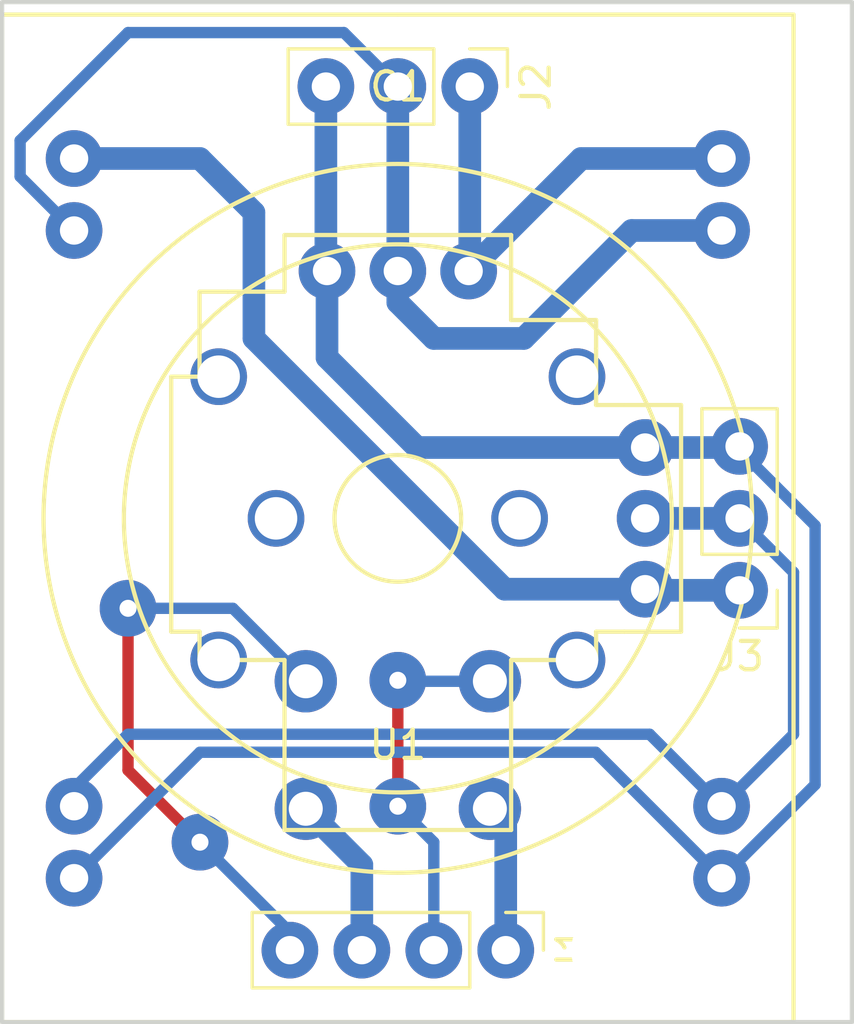
<source format=kicad_pcb>
(kicad_pcb (version 4) (host pcbnew 4.0.6)

  (general
    (links 19)
    (no_connects 0)
    (area 73.384999 115.054999 103.735001 151.405001)
    (thickness 1.6)
    (drawings 4)
    (tracks 64)
    (zones 0)
    (modules 5)
    (nets 10)
  )

  (page A4)
  (layers
    (0 F.Cu signal)
    (31 B.Cu signal)
    (32 B.Adhes user)
    (33 F.Adhes user)
    (34 B.Paste user)
    (35 F.Paste user)
    (36 B.SilkS user)
    (37 F.SilkS user)
    (38 B.Mask user)
    (39 F.Mask user)
    (40 Dwgs.User user)
    (41 Cmts.User user)
    (42 Eco1.User user)
    (43 Eco2.User user)
    (44 Edge.Cuts user)
    (45 Margin user)
    (46 B.CrtYd user)
    (47 F.CrtYd user)
    (48 B.Fab user)
    (49 F.Fab user)
  )

  (setup
    (last_trace_width 0.8)
    (user_trace_width 0.4)
    (trace_clearance 0.2)
    (zone_clearance 0.508)
    (zone_45_only no)
    (trace_min 0.2)
    (segment_width 0.2)
    (edge_width 0.15)
    (via_size 2)
    (via_drill 0.6)
    (via_min_size 0.4)
    (via_min_drill 0.3)
    (uvia_size 0.3)
    (uvia_drill 0.1)
    (uvias_allowed no)
    (uvia_min_size 0.2)
    (uvia_min_drill 0.1)
    (pcb_text_width 0.3)
    (pcb_text_size 1.5 1.5)
    (mod_edge_width 0.15)
    (mod_text_size 1 1)
    (mod_text_width 0.15)
    (pad_size 2 2)
    (pad_drill 1)
    (pad_to_mask_clearance 0.2)
    (aux_axis_origin 73.66 151.13)
    (grid_origin 73.66 151.13)
    (visible_elements 7FFFFFFF)
    (pcbplotparams
      (layerselection 0x01000_80000000)
      (usegerberextensions false)
      (excludeedgelayer true)
      (linewidth 0.100000)
      (plotframeref false)
      (viasonmask false)
      (mode 1)
      (useauxorigin false)
      (hpglpennumber 1)
      (hpglpenspeed 20)
      (hpglpendiameter 15)
      (hpglpenoverlay 2)
      (psnegative false)
      (psa4output false)
      (plotreference true)
      (plotvalue true)
      (plotinvisibletext false)
      (padsonsilk false)
      (subtractmaskfromsilk false)
      (outputformat 1)
      (mirror false)
      (drillshape 0)
      (scaleselection 1)
      (outputdirectory alps-27800/))
  )

  (net 0 "")
  (net 1 "Net-(C1-Pad5)")
  (net 2 "Net-(C1-Pad2)")
  (net 3 "Net-(C1-Pad1)")
  (net 4 "Net-(C1-Pad3)")
  (net 5 "Net-(C1-Pad4)")
  (net 6 "Net-(J1-Pad1)")
  (net 7 "Net-(J1-Pad2)")
  (net 8 "Net-(J1-Pad3)")
  (net 9 "Net-(J1-Pad4)")

  (net_class Default "これは標準のネット クラスです。"
    (clearance 0.2)
    (trace_width 0.8)
    (via_dia 2)
    (via_drill 0.6)
    (uvia_dia 0.3)
    (uvia_drill 0.1)
    (add_net "Net-(C1-Pad1)")
    (add_net "Net-(C1-Pad2)")
    (add_net "Net-(C1-Pad3)")
    (add_net "Net-(C1-Pad4)")
    (add_net "Net-(C1-Pad5)")
    (add_net "Net-(J1-Pad1)")
    (add_net "Net-(J1-Pad2)")
    (add_net "Net-(J1-Pad3)")
    (add_net "Net-(J1-Pad4)")
  )

  (module Pin_Headers:Pin_Header_Straight_1x03_Pitch2.54mm (layer F.Cu) (tedit 5A7D3BD9) (tstamp 5A7D3B09)
    (at 99.695 135.89 180)
    (descr "Through hole straight pin header, 1x03, 2.54mm pitch, single row")
    (tags "Through hole pin header THT 1x03 2.54mm single row")
    (path /5A7D3153)
    (fp_text reference J3 (at 0 -2.33 180) (layer F.SilkS)
      (effects (font (size 1 1) (thickness 0.15)))
    )
    (fp_text value L/R (at 0 7.41 180) (layer F.Fab)
      (effects (font (size 1 1) (thickness 0.15)))
    )
    (fp_line (start -1.27 -1.27) (end -1.27 6.35) (layer F.Fab) (width 0.1))
    (fp_line (start -1.27 6.35) (end 1.27 6.35) (layer F.Fab) (width 0.1))
    (fp_line (start 1.27 6.35) (end 1.27 -1.27) (layer F.Fab) (width 0.1))
    (fp_line (start 1.27 -1.27) (end -1.27 -1.27) (layer F.Fab) (width 0.1))
    (fp_line (start -1.33 1.27) (end -1.33 6.41) (layer F.SilkS) (width 0.12))
    (fp_line (start -1.33 6.41) (end 1.33 6.41) (layer F.SilkS) (width 0.12))
    (fp_line (start 1.33 6.41) (end 1.33 1.27) (layer F.SilkS) (width 0.12))
    (fp_line (start 1.33 1.27) (end -1.33 1.27) (layer F.SilkS) (width 0.12))
    (fp_line (start -1.33 0) (end -1.33 -1.33) (layer F.SilkS) (width 0.12))
    (fp_line (start -1.33 -1.33) (end 0 -1.33) (layer F.SilkS) (width 0.12))
    (fp_line (start -1.8 -1.8) (end -1.8 6.85) (layer F.CrtYd) (width 0.05))
    (fp_line (start -1.8 6.85) (end 1.8 6.85) (layer F.CrtYd) (width 0.05))
    (fp_line (start 1.8 6.85) (end 1.8 -1.8) (layer F.CrtYd) (width 0.05))
    (fp_line (start 1.8 -1.8) (end -1.8 -1.8) (layer F.CrtYd) (width 0.05))
    (fp_text user %R (at 0 -2.33 180) (layer F.Fab)
      (effects (font (size 1 1) (thickness 0.15)))
    )
    (pad 1 thru_hole circle (at 0 0 180) (size 2 2) (drill 1) (layers *.Cu *.Mask)
      (net 3 "Net-(C1-Pad1)"))
    (pad 2 thru_hole circle (at 0 2.54 180) (size 2 2) (drill 1) (layers *.Cu *.Mask)
      (net 4 "Net-(C1-Pad3)"))
    (pad 3 thru_hole circle (at 0 5.08 180) (size 2 2) (drill 1) (layers *.Cu *.Mask)
      (net 5 "Net-(C1-Pad4)"))
    (model ${KISYS3DMOD}/Pin_Headers.3dshapes/Pin_Header_Straight_1x03_Pitch2.54mm.wrl
      (at (xyz 0 -0.1 0))
      (scale (xyz 1 1 1))
      (rotate (xyz 0 0 90))
    )
  )

  (module kicad-lib-input:27800 (layer F.Cu) (tedit 5A7918F0) (tstamp 5A7D3AF3)
    (at 87.63 133.35)
    (path /5A7D2E47)
    (fp_text reference C1 (at 0 -15.24) (layer F.SilkS)
      (effects (font (size 1 1) (thickness 0.15)))
    )
    (fp_text value "#27800" (at 0 15.24) (layer F.Fab)
      (effects (font (size 1 1) (thickness 0.15)))
    )
    (fp_circle (center 0 0) (end -8.89 3.81) (layer F.SilkS) (width 0.15))
    (fp_circle (center 0 0) (end -11.43 5.08) (layer F.SilkS) (width 0.15))
    (fp_line (start 0 -17.78) (end 13.97 -17.78) (layer F.SilkS) (width 0.15))
    (fp_line (start 13.97 -17.78) (end 13.97 17.78) (layer F.SilkS) (width 0.15))
    (fp_line (start 13.97 17.78) (end -13.97 17.78) (layer F.SilkS) (width 0.15))
    (fp_line (start -13.97 17.78) (end -13.97 -17.78) (layer F.SilkS) (width 0.15))
    (fp_line (start -13.97 -17.78) (end 0 -17.78) (layer F.SilkS) (width 0.15))
    (pad 5 thru_hole circle (at 11.43 -12.7) (size 2 2) (drill 1) (layers *.Cu *.Mask)
      (net 1 "Net-(C1-Pad5)"))
    (pad 2 thru_hole circle (at -11.43 -10.16) (size 2 2) (drill 1) (layers *.Cu *.Mask)
      (net 2 "Net-(C1-Pad2)"))
    (pad 1 thru_hole circle (at -11.43 -12.7) (size 2 2) (drill 1) (layers *.Cu *.Mask)
      (net 3 "Net-(C1-Pad1)"))
    (pad 6 thru_hole circle (at 11.43 -10.16) (size 2 2) (drill 1) (layers *.Cu *.Mask)
      (net 2 "Net-(C1-Pad2)"))
    (pad 3 thru_hole circle (at -11.43 10.16) (size 2 2) (drill 1) (layers *.Cu *.Mask)
      (net 4 "Net-(C1-Pad3)"))
    (pad 4 thru_hole circle (at -11.43 12.7) (size 2 2) (drill 1) (layers *.Cu *.Mask)
      (net 5 "Net-(C1-Pad4)"))
    (pad 7 thru_hole circle (at 11.43 10.16) (size 2 2) (drill 1) (layers *.Cu *.Mask)
      (net 4 "Net-(C1-Pad3)"))
    (pad 8 thru_hole circle (at 11.43 12.7) (size 2 2) (drill 1) (layers *.Cu *.Mask)
      (net 5 "Net-(C1-Pad4)"))
    (pad "" np_thru_hole circle (at 7.62 -15.24) (size 3 3) (drill 3) (layers *.Cu *.Mask))
    (pad "" np_thru_hole circle (at -7.62 -15.24) (size 3 3) (drill 3) (layers *.Cu *.Mask))
    (pad "" np_thru_hole circle (at -7.62 15.24) (size 3 3) (drill 3) (layers *.Cu *.Mask))
    (pad "" np_thru_hole circle (at 7.62 15.24) (size 3 3) (drill 3) (layers *.Cu *.Mask))
  )

  (module Pin_Headers:Pin_Header_Straight_1x03_Pitch2.54mm (layer F.Cu) (tedit 5A7D3BF7) (tstamp 5A7D3B02)
    (at 90.17 118.11 270)
    (descr "Through hole straight pin header, 1x03, 2.54mm pitch, single row")
    (tags "Through hole pin header THT 1x03 2.54mm single row")
    (path /5A7D3048)
    (fp_text reference J2 (at 0 -2.33 270) (layer F.SilkS)
      (effects (font (size 1 1) (thickness 0.15)))
    )
    (fp_text value U/D (at 0 7.41 270) (layer F.Fab)
      (effects (font (size 1 1) (thickness 0.15)))
    )
    (fp_line (start -1.27 -1.27) (end -1.27 6.35) (layer F.Fab) (width 0.1))
    (fp_line (start -1.27 6.35) (end 1.27 6.35) (layer F.Fab) (width 0.1))
    (fp_line (start 1.27 6.35) (end 1.27 -1.27) (layer F.Fab) (width 0.1))
    (fp_line (start 1.27 -1.27) (end -1.27 -1.27) (layer F.Fab) (width 0.1))
    (fp_line (start -1.33 1.27) (end -1.33 6.41) (layer F.SilkS) (width 0.12))
    (fp_line (start -1.33 6.41) (end 1.33 6.41) (layer F.SilkS) (width 0.12))
    (fp_line (start 1.33 6.41) (end 1.33 1.27) (layer F.SilkS) (width 0.12))
    (fp_line (start 1.33 1.27) (end -1.33 1.27) (layer F.SilkS) (width 0.12))
    (fp_line (start -1.33 0) (end -1.33 -1.33) (layer F.SilkS) (width 0.12))
    (fp_line (start -1.33 -1.33) (end 0 -1.33) (layer F.SilkS) (width 0.12))
    (fp_line (start -1.8 -1.8) (end -1.8 6.85) (layer F.CrtYd) (width 0.05))
    (fp_line (start -1.8 6.85) (end 1.8 6.85) (layer F.CrtYd) (width 0.05))
    (fp_line (start 1.8 6.85) (end 1.8 -1.8) (layer F.CrtYd) (width 0.05))
    (fp_line (start 1.8 -1.8) (end -1.8 -1.8) (layer F.CrtYd) (width 0.05))
    (fp_text user %R (at 0 -2.33 270) (layer F.Fab)
      (effects (font (size 1 1) (thickness 0.15)))
    )
    (pad 1 thru_hole circle (at 0 0 270) (size 2 2) (drill 1) (layers *.Cu *.Mask)
      (net 1 "Net-(C1-Pad5)"))
    (pad 2 thru_hole circle (at 0 2.54 270) (size 2 2) (drill 1) (layers *.Cu *.Mask)
      (net 2 "Net-(C1-Pad2)"))
    (pad 3 thru_hole circle (at 0 5.08 270) (size 2 2) (drill 1) (layers *.Cu *.Mask)
      (net 5 "Net-(C1-Pad4)"))
    (model ${KISYS3DMOD}/Pin_Headers.3dshapes/Pin_Header_Straight_1x03_Pitch2.54mm.wrl
      (at (xyz 0 -0.1 0))
      (scale (xyz 1 1 1))
      (rotate (xyz 0 0 90))
    )
  )

  (module kicad-lib-input:RKJXV1224005 (layer F.Cu) (tedit 5A7D33CC) (tstamp 5A7D3B38)
    (at 87.63 133.35)
    (path /5A7D2DB8)
    (fp_text reference U1 (at 0 8) (layer F.SilkS)
      (effects (font (size 1 1) (thickness 0.15)))
    )
    (fp_text value RKJXV1224005 (at 0 3 180) (layer F.Fab)
      (effects (font (size 1 1) (thickness 0.15)))
    )
    (fp_circle (center 0 0) (end -2 1) (layer F.SilkS) (width 0.15))
    (fp_line (start -7 5) (end -5 5) (layer F.SilkS) (width 0.15))
    (fp_line (start -8 4) (end -8 -5) (layer F.SilkS) (width 0.15))
    (fp_line (start -7 5) (end -7 4) (layer F.SilkS) (width 0.15))
    (fp_line (start -7 4) (end -8 4) (layer F.SilkS) (width 0.15))
    (fp_line (start 4 5) (end 7 5) (layer F.SilkS) (width 0.15))
    (fp_line (start 8 4) (end 7 4) (layer F.SilkS) (width 0.15))
    (fp_line (start 7 4) (end 7 5) (layer F.SilkS) (width 0.15))
    (fp_line (start -5 5) (end -4 5) (layer F.SilkS) (width 0.15))
    (fp_line (start -4 5) (end -4 11) (layer F.SilkS) (width 0.15))
    (fp_line (start -4 11) (end 4 11) (layer F.SilkS) (width 0.15))
    (fp_line (start 4 11) (end 4 5) (layer F.SilkS) (width 0.15))
    (fp_line (start -7 -5) (end -8 -5) (layer F.SilkS) (width 0.15))
    (fp_line (start -4 -8) (end -6 -8) (layer F.SilkS) (width 0.15))
    (fp_line (start -6 -8) (end -7 -8) (layer F.SilkS) (width 0.15))
    (fp_line (start -7 -8) (end -7 -5) (layer F.SilkS) (width 0.15))
    (fp_line (start 4 -7) (end 7 -7) (layer F.SilkS) (width 0.15))
    (fp_line (start 7 -7) (end 7 -6) (layer F.SilkS) (width 0.15))
    (fp_line (start 4 -8) (end 4 -7) (layer F.SilkS) (width 0.15))
    (fp_line (start 7 -6) (end 7 -4) (layer F.SilkS) (width 0.15))
    (fp_line (start 7 -4) (end 8 -4) (layer F.SilkS) (width 0.15))
    (fp_line (start 8 4) (end 10 4) (layer F.SilkS) (width 0.15))
    (fp_line (start 10 4) (end 10 -4) (layer F.SilkS) (width 0.15))
    (fp_line (start 10 -4) (end 8 -4) (layer F.SilkS) (width 0.15))
    (fp_line (start 4 -10) (end 4 -8) (layer F.SilkS) (width 0.15))
    (fp_line (start -4 -10) (end -4 -8) (layer F.SilkS) (width 0.15))
    (fp_line (start 4 -10) (end -4 -10) (layer F.SilkS) (width 0.15))
    (pad 5 thru_hole circle (at 0 -8.73) (size 2 2) (drill 1) (layers *.Cu *.Mask)
      (net 2 "Net-(C1-Pad2)"))
    (pad 6 thru_hole circle (at -2.5 -8.73) (size 2 2) (drill 1) (layers *.Cu *.Mask)
      (net 5 "Net-(C1-Pad4)"))
    (pad 4 thru_hole circle (at 2.5 -8.73) (size 2 2) (drill 1) (layers *.Cu *.Mask)
      (net 1 "Net-(C1-Pad5)"))
    (pad 2 thru_hole circle (at 8.73 0) (size 2 2) (drill 1) (layers *.Cu *.Mask)
      (net 4 "Net-(C1-Pad3)"))
    (pad 3 thru_hole circle (at 8.73 -2.5) (size 2 2) (drill 1) (layers *.Cu *.Mask)
      (net 5 "Net-(C1-Pad4)"))
    (pad 1 thru_hole circle (at 8.73 2.5) (size 2 2) (drill 1) (layers *.Cu *.Mask)
      (net 3 "Net-(C1-Pad1)"))
    (pad 7 thru_hole circle (at -3.25 5.75) (size 2.2 2.2) (drill 1.2) (layers *.Cu *.Mask)
      (net 9 "Net-(J1-Pad4)"))
    (pad 8 thru_hole circle (at -3.25 10.25) (size 2.2 2.2) (drill 1.2) (layers *.Cu *.Mask)
      (net 8 "Net-(J1-Pad3)"))
    (pad 9 thru_hole circle (at 3.25 5.75) (size 2.2 2.2) (drill 1.2) (layers *.Cu *.Mask)
      (net 7 "Net-(J1-Pad2)"))
    (pad 10 thru_hole circle (at 3.25 10.25) (size 2.2 2.2) (drill 1.2) (layers *.Cu *.Mask)
      (net 6 "Net-(J1-Pad1)"))
    (pad "" np_thru_hole circle (at -6.325 -5) (size 2 2) (drill 1.5) (layers *.Cu *.Mask))
    (pad "" np_thru_hole circle (at 6.325 -5) (size 2 2) (drill 1.5) (layers *.Cu *.Mask))
    (pad "" np_thru_hole circle (at -6.325 5) (size 2 2) (drill 1.5) (layers *.Cu *.Mask))
    (pad "" np_thru_hole circle (at 6.325 5) (size 2 2) (drill 1.5) (layers *.Cu *.Mask))
    (pad "" np_thru_hole circle (at -4.3 0) (size 2 2) (drill 1.5) (layers *.Cu *.Mask))
    (pad "" np_thru_hole circle (at 4.3 0) (size 2 2) (drill 1.5) (layers *.Cu *.Mask))
  )

  (module Pin_Headers:Pin_Header_Straight_1x04_Pitch2.54mm (layer F.Cu) (tedit 5A7D3B38) (tstamp 5A7D3BE7)
    (at 91.44 148.59 270)
    (descr "Through hole straight pin header, 1x04, 2.54mm pitch, single row")
    (tags "Through hole pin header THT 1x04 2.54mm single row")
    (path /5A7D2F81)
    (fp_text reference J1 (at 0 -2.33 270) (layer F.SilkS)
      (effects (font (size 1 1) (thickness 0.15)))
    )
    (fp_text value SW (at 0 9.95 270) (layer F.Fab)
      (effects (font (size 1 1) (thickness 0.15)))
    )
    (fp_line (start -1.27 -1.27) (end -1.27 8.89) (layer F.Fab) (width 0.1))
    (fp_line (start -1.27 8.89) (end 1.27 8.89) (layer F.Fab) (width 0.1))
    (fp_line (start 1.27 8.89) (end 1.27 -1.27) (layer F.Fab) (width 0.1))
    (fp_line (start 1.27 -1.27) (end -1.27 -1.27) (layer F.Fab) (width 0.1))
    (fp_line (start -1.33 1.27) (end -1.33 8.95) (layer F.SilkS) (width 0.12))
    (fp_line (start -1.33 8.95) (end 1.33 8.95) (layer F.SilkS) (width 0.12))
    (fp_line (start 1.33 8.95) (end 1.33 1.27) (layer F.SilkS) (width 0.12))
    (fp_line (start 1.33 1.27) (end -1.33 1.27) (layer F.SilkS) (width 0.12))
    (fp_line (start -1.33 0) (end -1.33 -1.33) (layer F.SilkS) (width 0.12))
    (fp_line (start -1.33 -1.33) (end 0 -1.33) (layer F.SilkS) (width 0.12))
    (fp_line (start -1.8 -1.8) (end -1.8 9.4) (layer F.CrtYd) (width 0.05))
    (fp_line (start -1.8 9.4) (end 1.8 9.4) (layer F.CrtYd) (width 0.05))
    (fp_line (start 1.8 9.4) (end 1.8 -1.8) (layer F.CrtYd) (width 0.05))
    (fp_line (start 1.8 -1.8) (end -1.8 -1.8) (layer F.CrtYd) (width 0.05))
    (fp_text user %R (at 0 -2.33 270) (layer F.Fab)
      (effects (font (size 1 1) (thickness 0.15)))
    )
    (pad 1 thru_hole circle (at 0 0 270) (size 2 2) (drill 1) (layers *.Cu *.Mask)
      (net 6 "Net-(J1-Pad1)"))
    (pad 2 thru_hole circle (at 0 2.54 270) (size 2 2) (drill 1) (layers *.Cu *.Mask)
      (net 7 "Net-(J1-Pad2)"))
    (pad 3 thru_hole circle (at 0 5.08 270) (size 2 2) (drill 1) (layers *.Cu *.Mask)
      (net 8 "Net-(J1-Pad3)"))
    (pad 4 thru_hole circle (at 0 7.62 270) (size 2 2) (drill 1) (layers *.Cu *.Mask)
      (net 9 "Net-(J1-Pad4)"))
    (model ${KISYS3DMOD}/Pin_Headers.3dshapes/Pin_Header_Straight_1x04_Pitch2.54mm.wrl
      (at (xyz 0 -0.15 0))
      (scale (xyz 1 1 1))
      (rotate (xyz 0 0 90))
    )
  )

  (gr_line (start 73.66 115.13) (end 73.66 151.13) (angle 90) (layer Edge.Cuts) (width 0.15))
  (gr_line (start 103.66 115.13) (end 73.66 115.13) (angle 90) (layer Edge.Cuts) (width 0.15))
  (gr_line (start 103.66 151.13) (end 103.66 115.13) (angle 90) (layer Edge.Cuts) (width 0.15))
  (gr_line (start 73.66 151.13) (end 103.66 151.13) (angle 90) (layer Edge.Cuts) (width 0.15))

  (segment (start 99.06 120.65) (end 94.1 120.65) (width 0.8) (layer B.Cu) (net 1))
  (segment (start 94.1 120.65) (end 90.13 124.62) (width 0.8) (layer B.Cu) (net 1) (tstamp 5A7D3C9E))
  (segment (start 90.17 118.11) (end 90.17 124.58) (width 0.8) (layer B.Cu) (net 1))
  (segment (start 90.17 124.58) (end 90.13 124.62) (width 0.8) (layer B.Cu) (net 1) (tstamp 5A7D3C99))
  (segment (start 87.63 124.62) (end 87.63 125.73) (width 0.8) (layer B.Cu) (net 2))
  (segment (start 95.885 123.19) (end 99.06 123.19) (width 0.8) (layer B.Cu) (net 2) (tstamp 5A7D3CD0))
  (segment (start 92.075 127) (end 95.885 123.19) (width 0.8) (layer B.Cu) (net 2) (tstamp 5A7D3CCF))
  (segment (start 88.9 127) (end 92.075 127) (width 0.8) (layer B.Cu) (net 2) (tstamp 5A7D3CCE))
  (segment (start 87.63 125.73) (end 88.9 127) (width 0.8) (layer B.Cu) (net 2) (tstamp 5A7D3CCD))
  (segment (start 87.63 118.11) (end 85.725 116.205) (width 0.4) (layer B.Cu) (net 2))
  (segment (start 74.295 121.285) (end 76.2 123.19) (width 0.4) (layer B.Cu) (net 2) (tstamp 5A7D3CAA))
  (segment (start 74.295 120.015) (end 74.295 121.285) (width 0.4) (layer B.Cu) (net 2) (tstamp 5A7D3CA9))
  (segment (start 78.105 116.205) (end 74.295 120.015) (width 0.4) (layer B.Cu) (net 2) (tstamp 5A7D3CA7))
  (segment (start 85.725 116.205) (end 78.105 116.205) (width 0.4) (layer B.Cu) (net 2) (tstamp 5A7D3CA6))
  (segment (start 87.63 124.62) (end 87.63 118.11) (width 0.8) (layer B.Cu) (net 2))
  (segment (start 96.36 135.85) (end 91.4 135.85) (width 0.8) (layer B.Cu) (net 3))
  (segment (start 80.645 120.65) (end 76.2 120.65) (width 0.8) (layer B.Cu) (net 3) (tstamp 5A7D3D02))
  (segment (start 82.55 122.555) (end 80.645 120.65) (width 0.8) (layer B.Cu) (net 3) (tstamp 5A7D3D01))
  (segment (start 82.55 127) (end 82.55 122.555) (width 0.8) (layer B.Cu) (net 3) (tstamp 5A7D3D00))
  (segment (start 91.4 135.85) (end 82.55 127) (width 0.8) (layer B.Cu) (net 3) (tstamp 5A7D3CFE))
  (segment (start 99.695 135.89) (end 96.4 135.89) (width 0.8) (layer B.Cu) (net 3))
  (segment (start 96.4 135.89) (end 96.36 135.85) (width 0.8) (layer B.Cu) (net 3) (tstamp 5A7D3CB4))
  (segment (start 99.06 143.51) (end 101.6 140.97) (width 0.4) (layer B.Cu) (net 4))
  (segment (start 101.6 135.255) (end 99.695 133.35) (width 0.4) (layer B.Cu) (net 4) (tstamp 5A7D3D88))
  (segment (start 101.6 140.97) (end 101.6 135.255) (width 0.4) (layer B.Cu) (net 4) (tstamp 5A7D3D87))
  (segment (start 76.2 143.51) (end 76.2 142.875) (width 0.4) (layer B.Cu) (net 4))
  (segment (start 76.2 142.875) (end 78.105 140.97) (width 0.4) (layer B.Cu) (net 4) (tstamp 5A7D3D23))
  (segment (start 78.105 140.97) (end 96.52 140.97) (width 0.4) (layer B.Cu) (net 4) (tstamp 5A7D3D24))
  (segment (start 96.52 140.97) (end 99.06 143.51) (width 0.4) (layer B.Cu) (net 4) (tstamp 5A7D3D26))
  (segment (start 99.695 133.35) (end 96.36 133.35) (width 0.8) (layer B.Cu) (net 4))
  (segment (start 99.695 130.81) (end 99.695 130.937) (width 0.4) (layer B.Cu) (net 5))
  (segment (start 99.695 130.937) (end 102.362 133.604) (width 0.4) (layer B.Cu) (net 5) (tstamp 5A7D3D8E))
  (segment (start 102.362 142.748) (end 99.06 146.05) (width 0.4) (layer B.Cu) (net 5) (tstamp 5A7D3D91))
  (segment (start 102.362 133.604) (end 102.362 142.748) (width 0.4) (layer B.Cu) (net 5) (tstamp 5A7D3D8F))
  (segment (start 76.2 146.05) (end 80.645 141.605) (width 0.4) (layer B.Cu) (net 5))
  (segment (start 94.615 141.605) (end 99.06 146.05) (width 0.4) (layer B.Cu) (net 5) (tstamp 5A7D3D2B))
  (segment (start 80.645 141.605) (end 94.615 141.605) (width 0.4) (layer B.Cu) (net 5) (tstamp 5A7D3D2A))
  (segment (start 96.36 130.85) (end 99.655 130.85) (width 0.8) (layer B.Cu) (net 5))
  (segment (start 99.655 130.85) (end 99.695 130.81) (width 0.8) (layer B.Cu) (net 5) (tstamp 5A7D3CEA))
  (segment (start 85.13 124.62) (end 85.13 127.675) (width 0.8) (layer B.Cu) (net 5))
  (segment (start 88.305 130.85) (end 96.36 130.85) (width 0.8) (layer B.Cu) (net 5) (tstamp 5A7D3CE7))
  (segment (start 85.13 127.675) (end 88.305 130.85) (width 0.8) (layer B.Cu) (net 5) (tstamp 5A7D3CE6))
  (segment (start 85.09 118.11) (end 85.09 124.58) (width 0.8) (layer B.Cu) (net 5))
  (segment (start 85.09 124.58) (end 85.13 124.62) (width 0.8) (layer B.Cu) (net 5) (tstamp 5A7D3CE3))
  (segment (start 91.44 148.59) (end 91.44 144.16) (width 0.8) (layer B.Cu) (net 6))
  (segment (start 91.44 144.16) (end 90.88 143.6) (width 0.8) (layer B.Cu) (net 6) (tstamp 5A7D3BFA))
  (segment (start 88.9 148.59) (end 88.9 144.78) (width 0.4) (layer B.Cu) (net 7))
  (segment (start 87.665 139.1) (end 90.88 139.1) (width 0.4) (layer B.Cu) (net 7) (tstamp 5A7D3D46))
  (segment (start 87.63 139.065) (end 87.665 139.1) (width 0.4) (layer B.Cu) (net 7) (tstamp 5A7D3D45))
  (via (at 87.63 139.065) (size 2) (drill 0.6) (layers F.Cu B.Cu) (net 7))
  (segment (start 87.63 143.51) (end 87.63 139.065) (width 0.4) (layer F.Cu) (net 7) (tstamp 5A7D3D42))
  (via (at 87.63 143.51) (size 2) (drill 0.6) (layers F.Cu B.Cu) (net 7))
  (segment (start 88.9 144.78) (end 87.63 143.51) (width 0.4) (layer B.Cu) (net 7) (tstamp 5A7D3D40))
  (segment (start 90.77 139.1) (end 90.88 139.1) (width 0.8) (layer B.Cu) (net 7) (tstamp 5A7D3BFE))
  (segment (start 86.36 148.59) (end 86.36 145.58) (width 0.8) (layer B.Cu) (net 8))
  (segment (start 86.36 145.58) (end 84.38 143.6) (width 0.8) (layer B.Cu) (net 8) (tstamp 5A7D3BF1))
  (segment (start 78.105 136.525) (end 81.805 136.525) (width 0.4) (layer B.Cu) (net 9))
  (via (at 78.105 136.525) (size 2) (drill 0.6) (layers F.Cu B.Cu) (net 9))
  (segment (start 78.105 142.24) (end 78.105 136.525) (width 0.4) (layer F.Cu) (net 9) (tstamp 5A7D3D32))
  (segment (start 80.645 144.78) (end 78.105 142.24) (width 0.4) (layer F.Cu) (net 9) (tstamp 5A7D3D31))
  (via (at 80.645 144.78) (size 2) (drill 0.6) (layers F.Cu B.Cu) (net 9))
  (segment (start 83.82 147.955) (end 80.645 144.78) (width 0.4) (layer B.Cu) (net 9) (tstamp 5A7D3D2F))
  (segment (start 81.805 136.525) (end 84.38 139.1) (width 0.4) (layer B.Cu) (net 9) (tstamp 5A7D3D3C))
  (segment (start 83.82 148.59) (end 83.82 147.955) (width 0.4) (layer B.Cu) (net 9))

)

</source>
